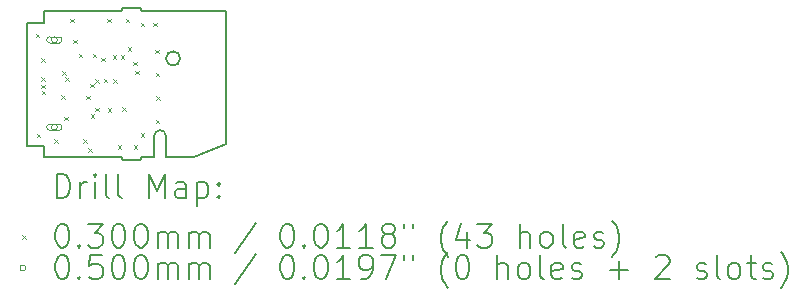
<source format=gbr>
%TF.GenerationSoftware,KiCad,Pcbnew,8.0.9-8.0.9-0~ubuntu22.04.1*%
%TF.CreationDate,2025-06-17T20:00:50-06:00*%
%TF.ProjectId,dongle,646f6e67-6c65-42e6-9b69-6361645f7063,rev?*%
%TF.SameCoordinates,Original*%
%TF.FileFunction,Drillmap*%
%TF.FilePolarity,Positive*%
%FSLAX45Y45*%
G04 Gerber Fmt 4.5, Leading zero omitted, Abs format (unit mm)*
G04 Created by KiCad (PCBNEW 8.0.9-8.0.9-0~ubuntu22.04.1) date 2025-06-17 20:00:50*
%MOMM*%
%LPD*%
G01*
G04 APERTURE LIST*
%ADD10C,0.150000*%
%ADD11C,0.200000*%
%ADD12C,0.100000*%
G04 APERTURE END LIST*
D10*
X14987500Y-8840000D02*
X14837500Y-8840000D01*
X15105000Y-9925000D02*
X15105000Y-10105000D01*
X14837500Y-10130000D02*
X14987500Y-10130000D01*
X14820000Y-8865000D02*
X14175000Y-8865000D01*
X14175000Y-10105000D02*
X14175000Y-10005000D01*
X14175000Y-10005000D02*
X14025000Y-10005000D01*
X15445000Y-10105000D02*
X15715000Y-9995000D01*
X15715000Y-8865000D02*
X15715000Y-9995000D01*
X15005000Y-8865000D02*
X14987500Y-8840000D01*
X15105000Y-8865000D02*
X15005001Y-8864999D01*
X15005000Y-10105000D02*
X15105000Y-10105000D01*
X14025000Y-8965000D02*
X14025000Y-10005000D01*
X14820000Y-10105000D02*
X14837500Y-10130000D01*
X14767500Y-10105000D02*
X14820000Y-10105000D01*
X14987500Y-10130000D02*
X15005000Y-10105000D01*
X15205000Y-9925000D02*
X15205000Y-10105000D01*
X15445000Y-10105000D02*
X15205000Y-10105000D01*
X14175000Y-8865000D02*
X14175000Y-8965000D01*
X14175000Y-8965000D02*
X14025000Y-8965000D01*
X15325000Y-9267500D02*
G75*
G02*
X15205000Y-9267500I-60000J0D01*
G01*
X15205000Y-9267500D02*
G75*
G02*
X15325000Y-9267500I60000J0D01*
G01*
X14837500Y-8840000D02*
X14820000Y-8865000D01*
X14175000Y-10105000D02*
X14767500Y-10105000D01*
X15715000Y-8865000D02*
X15105000Y-8865000D01*
X15105000Y-9925000D02*
G75*
G02*
X15205000Y-9925000I50000J0D01*
G01*
D11*
D12*
X14102500Y-9060000D02*
X14132500Y-9090000D01*
X14132500Y-9060000D02*
X14102500Y-9090000D01*
X14110000Y-9905000D02*
X14140000Y-9935000D01*
X14140000Y-9905000D02*
X14110000Y-9935000D01*
X14150000Y-9265000D02*
X14180000Y-9295000D01*
X14180000Y-9265000D02*
X14150000Y-9295000D01*
X14150000Y-9425000D02*
X14180000Y-9455000D01*
X14180000Y-9425000D02*
X14150000Y-9455000D01*
X14150000Y-9490000D02*
X14180000Y-9520000D01*
X14180000Y-9490000D02*
X14150000Y-9520000D01*
X14152500Y-9540000D02*
X14182500Y-9570000D01*
X14182500Y-9540000D02*
X14152500Y-9570000D01*
X14260000Y-9950000D02*
X14290000Y-9980000D01*
X14290000Y-9950000D02*
X14260000Y-9980000D01*
X14317500Y-9577500D02*
X14347500Y-9607500D01*
X14347500Y-9577500D02*
X14317500Y-9607500D01*
X14325000Y-9377500D02*
X14355000Y-9407500D01*
X14355000Y-9377500D02*
X14325000Y-9407500D01*
X14345000Y-9760000D02*
X14375000Y-9790000D01*
X14375000Y-9760000D02*
X14345000Y-9790000D01*
X14350000Y-9425000D02*
X14380000Y-9455000D01*
X14380000Y-9425000D02*
X14350000Y-9455000D01*
X14395000Y-8932500D02*
X14425000Y-8962500D01*
X14425000Y-8932500D02*
X14395000Y-8962500D01*
X14417500Y-9110000D02*
X14447500Y-9140000D01*
X14447500Y-9110000D02*
X14417500Y-9140000D01*
X14467500Y-9227500D02*
X14497500Y-9257500D01*
X14497500Y-9227500D02*
X14467500Y-9257500D01*
X14502500Y-9950000D02*
X14532500Y-9980000D01*
X14532500Y-9950000D02*
X14502500Y-9980000D01*
X14530000Y-9585000D02*
X14560000Y-9615000D01*
X14560000Y-9585000D02*
X14530000Y-9615000D01*
X14547500Y-10027500D02*
X14577500Y-10057500D01*
X14577500Y-10027500D02*
X14547500Y-10057500D01*
X14562500Y-9482500D02*
X14592500Y-9512500D01*
X14592500Y-9482500D02*
X14562500Y-9512500D01*
X14567500Y-9740000D02*
X14597500Y-9770000D01*
X14597500Y-9740000D02*
X14567500Y-9770000D01*
X14584000Y-9226000D02*
X14614000Y-9256000D01*
X14614000Y-9226000D02*
X14584000Y-9256000D01*
X14605000Y-9445000D02*
X14635000Y-9475000D01*
X14635000Y-9445000D02*
X14605000Y-9475000D01*
X14607500Y-9685000D02*
X14637500Y-9715000D01*
X14637500Y-9685000D02*
X14607500Y-9715000D01*
X14657500Y-9262500D02*
X14687500Y-9292500D01*
X14687500Y-9262500D02*
X14657500Y-9292500D01*
X14677500Y-9437500D02*
X14707500Y-9467500D01*
X14707500Y-9437500D02*
X14677500Y-9467500D01*
X14707500Y-8932500D02*
X14737500Y-8962500D01*
X14737500Y-8932500D02*
X14707500Y-8962500D01*
X14710000Y-9687500D02*
X14740000Y-9717500D01*
X14740000Y-9687500D02*
X14710000Y-9717500D01*
X14752500Y-9240000D02*
X14782500Y-9270000D01*
X14782500Y-9240000D02*
X14752500Y-9270000D01*
X14760000Y-9445000D02*
X14790000Y-9475000D01*
X14790000Y-9445000D02*
X14760000Y-9475000D01*
X14797500Y-10002500D02*
X14827500Y-10032500D01*
X14827500Y-10002500D02*
X14797500Y-10032500D01*
X14820000Y-9240000D02*
X14850000Y-9270000D01*
X14850000Y-9240000D02*
X14820000Y-9270000D01*
X14832500Y-9682500D02*
X14862500Y-9712500D01*
X14862500Y-9682500D02*
X14832500Y-9712500D01*
X14865000Y-8932500D02*
X14895000Y-8962500D01*
X14895000Y-8932500D02*
X14865000Y-8962500D01*
X14880000Y-9172500D02*
X14910000Y-9202500D01*
X14910000Y-9172500D02*
X14880000Y-9202500D01*
X14927500Y-9295000D02*
X14957500Y-9325000D01*
X14957500Y-9295000D02*
X14927500Y-9325000D01*
X14930000Y-10002500D02*
X14960000Y-10032500D01*
X14960000Y-10002500D02*
X14930000Y-10032500D01*
X14945000Y-9372500D02*
X14975000Y-9402500D01*
X14975000Y-9372500D02*
X14945000Y-9402500D01*
X14992500Y-8965000D02*
X15022500Y-8995000D01*
X15022500Y-8965000D02*
X14992500Y-8995000D01*
X14992500Y-9902500D02*
X15022500Y-9932500D01*
X15022500Y-9902500D02*
X14992500Y-9932500D01*
X15097500Y-8965000D02*
X15127500Y-8995000D01*
X15127500Y-8965000D02*
X15097500Y-8995000D01*
X15115000Y-9195000D02*
X15145000Y-9225000D01*
X15145000Y-9195000D02*
X15115000Y-9225000D01*
X15117500Y-9390000D02*
X15147500Y-9420000D01*
X15147500Y-9390000D02*
X15117500Y-9420000D01*
X15117500Y-9787500D02*
X15147500Y-9817500D01*
X15147500Y-9787500D02*
X15117500Y-9817500D01*
X15120000Y-9587500D02*
X15150000Y-9617500D01*
X15150000Y-9587500D02*
X15120000Y-9617500D01*
X14285000Y-9110000D02*
G75*
G02*
X14235000Y-9110000I-25000J0D01*
G01*
X14235000Y-9110000D02*
G75*
G02*
X14285000Y-9110000I25000J0D01*
G01*
X14220000Y-9135000D02*
X14300000Y-9135000D01*
X14300000Y-9085000D02*
G75*
G02*
X14300000Y-9135000I0J-25000D01*
G01*
X14300000Y-9085000D02*
X14220000Y-9085000D01*
X14220000Y-9085000D02*
G75*
G03*
X14220000Y-9135000I0J-25000D01*
G01*
X14285000Y-9850000D02*
G75*
G02*
X14235000Y-9850000I-25000J0D01*
G01*
X14235000Y-9850000D02*
G75*
G02*
X14285000Y-9850000I25000J0D01*
G01*
X14220000Y-9875000D02*
X14300000Y-9875000D01*
X14300000Y-9825000D02*
G75*
G02*
X14300000Y-9875000I0J-25000D01*
G01*
X14300000Y-9825000D02*
X14220000Y-9825000D01*
X14220000Y-9825000D02*
G75*
G03*
X14220000Y-9875000I0J-25000D01*
G01*
D11*
X14278277Y-10448984D02*
X14278277Y-10248984D01*
X14278277Y-10248984D02*
X14325896Y-10248984D01*
X14325896Y-10248984D02*
X14354467Y-10258508D01*
X14354467Y-10258508D02*
X14373515Y-10277555D01*
X14373515Y-10277555D02*
X14383039Y-10296603D01*
X14383039Y-10296603D02*
X14392562Y-10334698D01*
X14392562Y-10334698D02*
X14392562Y-10363270D01*
X14392562Y-10363270D02*
X14383039Y-10401365D01*
X14383039Y-10401365D02*
X14373515Y-10420412D01*
X14373515Y-10420412D02*
X14354467Y-10439460D01*
X14354467Y-10439460D02*
X14325896Y-10448984D01*
X14325896Y-10448984D02*
X14278277Y-10448984D01*
X14478277Y-10448984D02*
X14478277Y-10315650D01*
X14478277Y-10353746D02*
X14487801Y-10334698D01*
X14487801Y-10334698D02*
X14497324Y-10325174D01*
X14497324Y-10325174D02*
X14516372Y-10315650D01*
X14516372Y-10315650D02*
X14535420Y-10315650D01*
X14602086Y-10448984D02*
X14602086Y-10315650D01*
X14602086Y-10248984D02*
X14592562Y-10258508D01*
X14592562Y-10258508D02*
X14602086Y-10268031D01*
X14602086Y-10268031D02*
X14611610Y-10258508D01*
X14611610Y-10258508D02*
X14602086Y-10248984D01*
X14602086Y-10248984D02*
X14602086Y-10268031D01*
X14725896Y-10448984D02*
X14706848Y-10439460D01*
X14706848Y-10439460D02*
X14697324Y-10420412D01*
X14697324Y-10420412D02*
X14697324Y-10248984D01*
X14830658Y-10448984D02*
X14811610Y-10439460D01*
X14811610Y-10439460D02*
X14802086Y-10420412D01*
X14802086Y-10420412D02*
X14802086Y-10248984D01*
X15059229Y-10448984D02*
X15059229Y-10248984D01*
X15059229Y-10248984D02*
X15125896Y-10391841D01*
X15125896Y-10391841D02*
X15192562Y-10248984D01*
X15192562Y-10248984D02*
X15192562Y-10448984D01*
X15373515Y-10448984D02*
X15373515Y-10344222D01*
X15373515Y-10344222D02*
X15363991Y-10325174D01*
X15363991Y-10325174D02*
X15344943Y-10315650D01*
X15344943Y-10315650D02*
X15306848Y-10315650D01*
X15306848Y-10315650D02*
X15287801Y-10325174D01*
X15373515Y-10439460D02*
X15354467Y-10448984D01*
X15354467Y-10448984D02*
X15306848Y-10448984D01*
X15306848Y-10448984D02*
X15287801Y-10439460D01*
X15287801Y-10439460D02*
X15278277Y-10420412D01*
X15278277Y-10420412D02*
X15278277Y-10401365D01*
X15278277Y-10401365D02*
X15287801Y-10382317D01*
X15287801Y-10382317D02*
X15306848Y-10372793D01*
X15306848Y-10372793D02*
X15354467Y-10372793D01*
X15354467Y-10372793D02*
X15373515Y-10363270D01*
X15468753Y-10315650D02*
X15468753Y-10515650D01*
X15468753Y-10325174D02*
X15487801Y-10315650D01*
X15487801Y-10315650D02*
X15525896Y-10315650D01*
X15525896Y-10315650D02*
X15544943Y-10325174D01*
X15544943Y-10325174D02*
X15554467Y-10334698D01*
X15554467Y-10334698D02*
X15563991Y-10353746D01*
X15563991Y-10353746D02*
X15563991Y-10410889D01*
X15563991Y-10410889D02*
X15554467Y-10429936D01*
X15554467Y-10429936D02*
X15544943Y-10439460D01*
X15544943Y-10439460D02*
X15525896Y-10448984D01*
X15525896Y-10448984D02*
X15487801Y-10448984D01*
X15487801Y-10448984D02*
X15468753Y-10439460D01*
X15649705Y-10429936D02*
X15659229Y-10439460D01*
X15659229Y-10439460D02*
X15649705Y-10448984D01*
X15649705Y-10448984D02*
X15640182Y-10439460D01*
X15640182Y-10439460D02*
X15649705Y-10429936D01*
X15649705Y-10429936D02*
X15649705Y-10448984D01*
X15649705Y-10325174D02*
X15659229Y-10334698D01*
X15659229Y-10334698D02*
X15649705Y-10344222D01*
X15649705Y-10344222D02*
X15640182Y-10334698D01*
X15640182Y-10334698D02*
X15649705Y-10325174D01*
X15649705Y-10325174D02*
X15649705Y-10344222D01*
D12*
X13987500Y-10762500D02*
X14017500Y-10792500D01*
X14017500Y-10762500D02*
X13987500Y-10792500D01*
D11*
X14316372Y-10668984D02*
X14335420Y-10668984D01*
X14335420Y-10668984D02*
X14354467Y-10678508D01*
X14354467Y-10678508D02*
X14363991Y-10688031D01*
X14363991Y-10688031D02*
X14373515Y-10707079D01*
X14373515Y-10707079D02*
X14383039Y-10745174D01*
X14383039Y-10745174D02*
X14383039Y-10792793D01*
X14383039Y-10792793D02*
X14373515Y-10830889D01*
X14373515Y-10830889D02*
X14363991Y-10849936D01*
X14363991Y-10849936D02*
X14354467Y-10859460D01*
X14354467Y-10859460D02*
X14335420Y-10868984D01*
X14335420Y-10868984D02*
X14316372Y-10868984D01*
X14316372Y-10868984D02*
X14297324Y-10859460D01*
X14297324Y-10859460D02*
X14287801Y-10849936D01*
X14287801Y-10849936D02*
X14278277Y-10830889D01*
X14278277Y-10830889D02*
X14268753Y-10792793D01*
X14268753Y-10792793D02*
X14268753Y-10745174D01*
X14268753Y-10745174D02*
X14278277Y-10707079D01*
X14278277Y-10707079D02*
X14287801Y-10688031D01*
X14287801Y-10688031D02*
X14297324Y-10678508D01*
X14297324Y-10678508D02*
X14316372Y-10668984D01*
X14468753Y-10849936D02*
X14478277Y-10859460D01*
X14478277Y-10859460D02*
X14468753Y-10868984D01*
X14468753Y-10868984D02*
X14459229Y-10859460D01*
X14459229Y-10859460D02*
X14468753Y-10849936D01*
X14468753Y-10849936D02*
X14468753Y-10868984D01*
X14544943Y-10668984D02*
X14668753Y-10668984D01*
X14668753Y-10668984D02*
X14602086Y-10745174D01*
X14602086Y-10745174D02*
X14630658Y-10745174D01*
X14630658Y-10745174D02*
X14649705Y-10754698D01*
X14649705Y-10754698D02*
X14659229Y-10764222D01*
X14659229Y-10764222D02*
X14668753Y-10783270D01*
X14668753Y-10783270D02*
X14668753Y-10830889D01*
X14668753Y-10830889D02*
X14659229Y-10849936D01*
X14659229Y-10849936D02*
X14649705Y-10859460D01*
X14649705Y-10859460D02*
X14630658Y-10868984D01*
X14630658Y-10868984D02*
X14573515Y-10868984D01*
X14573515Y-10868984D02*
X14554467Y-10859460D01*
X14554467Y-10859460D02*
X14544943Y-10849936D01*
X14792562Y-10668984D02*
X14811610Y-10668984D01*
X14811610Y-10668984D02*
X14830658Y-10678508D01*
X14830658Y-10678508D02*
X14840182Y-10688031D01*
X14840182Y-10688031D02*
X14849705Y-10707079D01*
X14849705Y-10707079D02*
X14859229Y-10745174D01*
X14859229Y-10745174D02*
X14859229Y-10792793D01*
X14859229Y-10792793D02*
X14849705Y-10830889D01*
X14849705Y-10830889D02*
X14840182Y-10849936D01*
X14840182Y-10849936D02*
X14830658Y-10859460D01*
X14830658Y-10859460D02*
X14811610Y-10868984D01*
X14811610Y-10868984D02*
X14792562Y-10868984D01*
X14792562Y-10868984D02*
X14773515Y-10859460D01*
X14773515Y-10859460D02*
X14763991Y-10849936D01*
X14763991Y-10849936D02*
X14754467Y-10830889D01*
X14754467Y-10830889D02*
X14744943Y-10792793D01*
X14744943Y-10792793D02*
X14744943Y-10745174D01*
X14744943Y-10745174D02*
X14754467Y-10707079D01*
X14754467Y-10707079D02*
X14763991Y-10688031D01*
X14763991Y-10688031D02*
X14773515Y-10678508D01*
X14773515Y-10678508D02*
X14792562Y-10668984D01*
X14983039Y-10668984D02*
X15002086Y-10668984D01*
X15002086Y-10668984D02*
X15021134Y-10678508D01*
X15021134Y-10678508D02*
X15030658Y-10688031D01*
X15030658Y-10688031D02*
X15040182Y-10707079D01*
X15040182Y-10707079D02*
X15049705Y-10745174D01*
X15049705Y-10745174D02*
X15049705Y-10792793D01*
X15049705Y-10792793D02*
X15040182Y-10830889D01*
X15040182Y-10830889D02*
X15030658Y-10849936D01*
X15030658Y-10849936D02*
X15021134Y-10859460D01*
X15021134Y-10859460D02*
X15002086Y-10868984D01*
X15002086Y-10868984D02*
X14983039Y-10868984D01*
X14983039Y-10868984D02*
X14963991Y-10859460D01*
X14963991Y-10859460D02*
X14954467Y-10849936D01*
X14954467Y-10849936D02*
X14944943Y-10830889D01*
X14944943Y-10830889D02*
X14935420Y-10792793D01*
X14935420Y-10792793D02*
X14935420Y-10745174D01*
X14935420Y-10745174D02*
X14944943Y-10707079D01*
X14944943Y-10707079D02*
X14954467Y-10688031D01*
X14954467Y-10688031D02*
X14963991Y-10678508D01*
X14963991Y-10678508D02*
X14983039Y-10668984D01*
X15135420Y-10868984D02*
X15135420Y-10735650D01*
X15135420Y-10754698D02*
X15144943Y-10745174D01*
X15144943Y-10745174D02*
X15163991Y-10735650D01*
X15163991Y-10735650D02*
X15192563Y-10735650D01*
X15192563Y-10735650D02*
X15211610Y-10745174D01*
X15211610Y-10745174D02*
X15221134Y-10764222D01*
X15221134Y-10764222D02*
X15221134Y-10868984D01*
X15221134Y-10764222D02*
X15230658Y-10745174D01*
X15230658Y-10745174D02*
X15249705Y-10735650D01*
X15249705Y-10735650D02*
X15278277Y-10735650D01*
X15278277Y-10735650D02*
X15297324Y-10745174D01*
X15297324Y-10745174D02*
X15306848Y-10764222D01*
X15306848Y-10764222D02*
X15306848Y-10868984D01*
X15402086Y-10868984D02*
X15402086Y-10735650D01*
X15402086Y-10754698D02*
X15411610Y-10745174D01*
X15411610Y-10745174D02*
X15430658Y-10735650D01*
X15430658Y-10735650D02*
X15459229Y-10735650D01*
X15459229Y-10735650D02*
X15478277Y-10745174D01*
X15478277Y-10745174D02*
X15487801Y-10764222D01*
X15487801Y-10764222D02*
X15487801Y-10868984D01*
X15487801Y-10764222D02*
X15497324Y-10745174D01*
X15497324Y-10745174D02*
X15516372Y-10735650D01*
X15516372Y-10735650D02*
X15544943Y-10735650D01*
X15544943Y-10735650D02*
X15563991Y-10745174D01*
X15563991Y-10745174D02*
X15573515Y-10764222D01*
X15573515Y-10764222D02*
X15573515Y-10868984D01*
X15963991Y-10659460D02*
X15792563Y-10916603D01*
X16221134Y-10668984D02*
X16240182Y-10668984D01*
X16240182Y-10668984D02*
X16259229Y-10678508D01*
X16259229Y-10678508D02*
X16268753Y-10688031D01*
X16268753Y-10688031D02*
X16278277Y-10707079D01*
X16278277Y-10707079D02*
X16287801Y-10745174D01*
X16287801Y-10745174D02*
X16287801Y-10792793D01*
X16287801Y-10792793D02*
X16278277Y-10830889D01*
X16278277Y-10830889D02*
X16268753Y-10849936D01*
X16268753Y-10849936D02*
X16259229Y-10859460D01*
X16259229Y-10859460D02*
X16240182Y-10868984D01*
X16240182Y-10868984D02*
X16221134Y-10868984D01*
X16221134Y-10868984D02*
X16202086Y-10859460D01*
X16202086Y-10859460D02*
X16192563Y-10849936D01*
X16192563Y-10849936D02*
X16183039Y-10830889D01*
X16183039Y-10830889D02*
X16173515Y-10792793D01*
X16173515Y-10792793D02*
X16173515Y-10745174D01*
X16173515Y-10745174D02*
X16183039Y-10707079D01*
X16183039Y-10707079D02*
X16192563Y-10688031D01*
X16192563Y-10688031D02*
X16202086Y-10678508D01*
X16202086Y-10678508D02*
X16221134Y-10668984D01*
X16373515Y-10849936D02*
X16383039Y-10859460D01*
X16383039Y-10859460D02*
X16373515Y-10868984D01*
X16373515Y-10868984D02*
X16363991Y-10859460D01*
X16363991Y-10859460D02*
X16373515Y-10849936D01*
X16373515Y-10849936D02*
X16373515Y-10868984D01*
X16506848Y-10668984D02*
X16525896Y-10668984D01*
X16525896Y-10668984D02*
X16544944Y-10678508D01*
X16544944Y-10678508D02*
X16554467Y-10688031D01*
X16554467Y-10688031D02*
X16563991Y-10707079D01*
X16563991Y-10707079D02*
X16573515Y-10745174D01*
X16573515Y-10745174D02*
X16573515Y-10792793D01*
X16573515Y-10792793D02*
X16563991Y-10830889D01*
X16563991Y-10830889D02*
X16554467Y-10849936D01*
X16554467Y-10849936D02*
X16544944Y-10859460D01*
X16544944Y-10859460D02*
X16525896Y-10868984D01*
X16525896Y-10868984D02*
X16506848Y-10868984D01*
X16506848Y-10868984D02*
X16487801Y-10859460D01*
X16487801Y-10859460D02*
X16478277Y-10849936D01*
X16478277Y-10849936D02*
X16468753Y-10830889D01*
X16468753Y-10830889D02*
X16459229Y-10792793D01*
X16459229Y-10792793D02*
X16459229Y-10745174D01*
X16459229Y-10745174D02*
X16468753Y-10707079D01*
X16468753Y-10707079D02*
X16478277Y-10688031D01*
X16478277Y-10688031D02*
X16487801Y-10678508D01*
X16487801Y-10678508D02*
X16506848Y-10668984D01*
X16763991Y-10868984D02*
X16649706Y-10868984D01*
X16706848Y-10868984D02*
X16706848Y-10668984D01*
X16706848Y-10668984D02*
X16687801Y-10697555D01*
X16687801Y-10697555D02*
X16668753Y-10716603D01*
X16668753Y-10716603D02*
X16649706Y-10726127D01*
X16954468Y-10868984D02*
X16840182Y-10868984D01*
X16897325Y-10868984D02*
X16897325Y-10668984D01*
X16897325Y-10668984D02*
X16878277Y-10697555D01*
X16878277Y-10697555D02*
X16859229Y-10716603D01*
X16859229Y-10716603D02*
X16840182Y-10726127D01*
X17068753Y-10754698D02*
X17049706Y-10745174D01*
X17049706Y-10745174D02*
X17040182Y-10735650D01*
X17040182Y-10735650D02*
X17030658Y-10716603D01*
X17030658Y-10716603D02*
X17030658Y-10707079D01*
X17030658Y-10707079D02*
X17040182Y-10688031D01*
X17040182Y-10688031D02*
X17049706Y-10678508D01*
X17049706Y-10678508D02*
X17068753Y-10668984D01*
X17068753Y-10668984D02*
X17106849Y-10668984D01*
X17106849Y-10668984D02*
X17125896Y-10678508D01*
X17125896Y-10678508D02*
X17135420Y-10688031D01*
X17135420Y-10688031D02*
X17144944Y-10707079D01*
X17144944Y-10707079D02*
X17144944Y-10716603D01*
X17144944Y-10716603D02*
X17135420Y-10735650D01*
X17135420Y-10735650D02*
X17125896Y-10745174D01*
X17125896Y-10745174D02*
X17106849Y-10754698D01*
X17106849Y-10754698D02*
X17068753Y-10754698D01*
X17068753Y-10754698D02*
X17049706Y-10764222D01*
X17049706Y-10764222D02*
X17040182Y-10773746D01*
X17040182Y-10773746D02*
X17030658Y-10792793D01*
X17030658Y-10792793D02*
X17030658Y-10830889D01*
X17030658Y-10830889D02*
X17040182Y-10849936D01*
X17040182Y-10849936D02*
X17049706Y-10859460D01*
X17049706Y-10859460D02*
X17068753Y-10868984D01*
X17068753Y-10868984D02*
X17106849Y-10868984D01*
X17106849Y-10868984D02*
X17125896Y-10859460D01*
X17125896Y-10859460D02*
X17135420Y-10849936D01*
X17135420Y-10849936D02*
X17144944Y-10830889D01*
X17144944Y-10830889D02*
X17144944Y-10792793D01*
X17144944Y-10792793D02*
X17135420Y-10773746D01*
X17135420Y-10773746D02*
X17125896Y-10764222D01*
X17125896Y-10764222D02*
X17106849Y-10754698D01*
X17221134Y-10668984D02*
X17221134Y-10707079D01*
X17297325Y-10668984D02*
X17297325Y-10707079D01*
X17592563Y-10945174D02*
X17583039Y-10935650D01*
X17583039Y-10935650D02*
X17563991Y-10907079D01*
X17563991Y-10907079D02*
X17554468Y-10888031D01*
X17554468Y-10888031D02*
X17544944Y-10859460D01*
X17544944Y-10859460D02*
X17535420Y-10811841D01*
X17535420Y-10811841D02*
X17535420Y-10773746D01*
X17535420Y-10773746D02*
X17544944Y-10726127D01*
X17544944Y-10726127D02*
X17554468Y-10697555D01*
X17554468Y-10697555D02*
X17563991Y-10678508D01*
X17563991Y-10678508D02*
X17583039Y-10649936D01*
X17583039Y-10649936D02*
X17592563Y-10640412D01*
X17754468Y-10735650D02*
X17754468Y-10868984D01*
X17706849Y-10659460D02*
X17659230Y-10802317D01*
X17659230Y-10802317D02*
X17783039Y-10802317D01*
X17840182Y-10668984D02*
X17963991Y-10668984D01*
X17963991Y-10668984D02*
X17897325Y-10745174D01*
X17897325Y-10745174D02*
X17925896Y-10745174D01*
X17925896Y-10745174D02*
X17944944Y-10754698D01*
X17944944Y-10754698D02*
X17954468Y-10764222D01*
X17954468Y-10764222D02*
X17963991Y-10783270D01*
X17963991Y-10783270D02*
X17963991Y-10830889D01*
X17963991Y-10830889D02*
X17954468Y-10849936D01*
X17954468Y-10849936D02*
X17944944Y-10859460D01*
X17944944Y-10859460D02*
X17925896Y-10868984D01*
X17925896Y-10868984D02*
X17868753Y-10868984D01*
X17868753Y-10868984D02*
X17849706Y-10859460D01*
X17849706Y-10859460D02*
X17840182Y-10849936D01*
X18202087Y-10868984D02*
X18202087Y-10668984D01*
X18287801Y-10868984D02*
X18287801Y-10764222D01*
X18287801Y-10764222D02*
X18278277Y-10745174D01*
X18278277Y-10745174D02*
X18259230Y-10735650D01*
X18259230Y-10735650D02*
X18230658Y-10735650D01*
X18230658Y-10735650D02*
X18211611Y-10745174D01*
X18211611Y-10745174D02*
X18202087Y-10754698D01*
X18411611Y-10868984D02*
X18392563Y-10859460D01*
X18392563Y-10859460D02*
X18383039Y-10849936D01*
X18383039Y-10849936D02*
X18373515Y-10830889D01*
X18373515Y-10830889D02*
X18373515Y-10773746D01*
X18373515Y-10773746D02*
X18383039Y-10754698D01*
X18383039Y-10754698D02*
X18392563Y-10745174D01*
X18392563Y-10745174D02*
X18411611Y-10735650D01*
X18411611Y-10735650D02*
X18440182Y-10735650D01*
X18440182Y-10735650D02*
X18459230Y-10745174D01*
X18459230Y-10745174D02*
X18468753Y-10754698D01*
X18468753Y-10754698D02*
X18478277Y-10773746D01*
X18478277Y-10773746D02*
X18478277Y-10830889D01*
X18478277Y-10830889D02*
X18468753Y-10849936D01*
X18468753Y-10849936D02*
X18459230Y-10859460D01*
X18459230Y-10859460D02*
X18440182Y-10868984D01*
X18440182Y-10868984D02*
X18411611Y-10868984D01*
X18592563Y-10868984D02*
X18573515Y-10859460D01*
X18573515Y-10859460D02*
X18563992Y-10840412D01*
X18563992Y-10840412D02*
X18563992Y-10668984D01*
X18744944Y-10859460D02*
X18725896Y-10868984D01*
X18725896Y-10868984D02*
X18687801Y-10868984D01*
X18687801Y-10868984D02*
X18668753Y-10859460D01*
X18668753Y-10859460D02*
X18659230Y-10840412D01*
X18659230Y-10840412D02*
X18659230Y-10764222D01*
X18659230Y-10764222D02*
X18668753Y-10745174D01*
X18668753Y-10745174D02*
X18687801Y-10735650D01*
X18687801Y-10735650D02*
X18725896Y-10735650D01*
X18725896Y-10735650D02*
X18744944Y-10745174D01*
X18744944Y-10745174D02*
X18754468Y-10764222D01*
X18754468Y-10764222D02*
X18754468Y-10783270D01*
X18754468Y-10783270D02*
X18659230Y-10802317D01*
X18830658Y-10859460D02*
X18849706Y-10868984D01*
X18849706Y-10868984D02*
X18887801Y-10868984D01*
X18887801Y-10868984D02*
X18906849Y-10859460D01*
X18906849Y-10859460D02*
X18916373Y-10840412D01*
X18916373Y-10840412D02*
X18916373Y-10830889D01*
X18916373Y-10830889D02*
X18906849Y-10811841D01*
X18906849Y-10811841D02*
X18887801Y-10802317D01*
X18887801Y-10802317D02*
X18859230Y-10802317D01*
X18859230Y-10802317D02*
X18840182Y-10792793D01*
X18840182Y-10792793D02*
X18830658Y-10773746D01*
X18830658Y-10773746D02*
X18830658Y-10764222D01*
X18830658Y-10764222D02*
X18840182Y-10745174D01*
X18840182Y-10745174D02*
X18859230Y-10735650D01*
X18859230Y-10735650D02*
X18887801Y-10735650D01*
X18887801Y-10735650D02*
X18906849Y-10745174D01*
X18983039Y-10945174D02*
X18992563Y-10935650D01*
X18992563Y-10935650D02*
X19011611Y-10907079D01*
X19011611Y-10907079D02*
X19021134Y-10888031D01*
X19021134Y-10888031D02*
X19030658Y-10859460D01*
X19030658Y-10859460D02*
X19040182Y-10811841D01*
X19040182Y-10811841D02*
X19040182Y-10773746D01*
X19040182Y-10773746D02*
X19030658Y-10726127D01*
X19030658Y-10726127D02*
X19021134Y-10697555D01*
X19021134Y-10697555D02*
X19011611Y-10678508D01*
X19011611Y-10678508D02*
X18992563Y-10649936D01*
X18992563Y-10649936D02*
X18983039Y-10640412D01*
D12*
X14017500Y-11041500D02*
G75*
G02*
X13967500Y-11041500I-25000J0D01*
G01*
X13967500Y-11041500D02*
G75*
G02*
X14017500Y-11041500I25000J0D01*
G01*
D11*
X14316372Y-10932984D02*
X14335420Y-10932984D01*
X14335420Y-10932984D02*
X14354467Y-10942508D01*
X14354467Y-10942508D02*
X14363991Y-10952031D01*
X14363991Y-10952031D02*
X14373515Y-10971079D01*
X14373515Y-10971079D02*
X14383039Y-11009174D01*
X14383039Y-11009174D02*
X14383039Y-11056793D01*
X14383039Y-11056793D02*
X14373515Y-11094889D01*
X14373515Y-11094889D02*
X14363991Y-11113936D01*
X14363991Y-11113936D02*
X14354467Y-11123460D01*
X14354467Y-11123460D02*
X14335420Y-11132984D01*
X14335420Y-11132984D02*
X14316372Y-11132984D01*
X14316372Y-11132984D02*
X14297324Y-11123460D01*
X14297324Y-11123460D02*
X14287801Y-11113936D01*
X14287801Y-11113936D02*
X14278277Y-11094889D01*
X14278277Y-11094889D02*
X14268753Y-11056793D01*
X14268753Y-11056793D02*
X14268753Y-11009174D01*
X14268753Y-11009174D02*
X14278277Y-10971079D01*
X14278277Y-10971079D02*
X14287801Y-10952031D01*
X14287801Y-10952031D02*
X14297324Y-10942508D01*
X14297324Y-10942508D02*
X14316372Y-10932984D01*
X14468753Y-11113936D02*
X14478277Y-11123460D01*
X14478277Y-11123460D02*
X14468753Y-11132984D01*
X14468753Y-11132984D02*
X14459229Y-11123460D01*
X14459229Y-11123460D02*
X14468753Y-11113936D01*
X14468753Y-11113936D02*
X14468753Y-11132984D01*
X14659229Y-10932984D02*
X14563991Y-10932984D01*
X14563991Y-10932984D02*
X14554467Y-11028222D01*
X14554467Y-11028222D02*
X14563991Y-11018698D01*
X14563991Y-11018698D02*
X14583039Y-11009174D01*
X14583039Y-11009174D02*
X14630658Y-11009174D01*
X14630658Y-11009174D02*
X14649705Y-11018698D01*
X14649705Y-11018698D02*
X14659229Y-11028222D01*
X14659229Y-11028222D02*
X14668753Y-11047270D01*
X14668753Y-11047270D02*
X14668753Y-11094889D01*
X14668753Y-11094889D02*
X14659229Y-11113936D01*
X14659229Y-11113936D02*
X14649705Y-11123460D01*
X14649705Y-11123460D02*
X14630658Y-11132984D01*
X14630658Y-11132984D02*
X14583039Y-11132984D01*
X14583039Y-11132984D02*
X14563991Y-11123460D01*
X14563991Y-11123460D02*
X14554467Y-11113936D01*
X14792562Y-10932984D02*
X14811610Y-10932984D01*
X14811610Y-10932984D02*
X14830658Y-10942508D01*
X14830658Y-10942508D02*
X14840182Y-10952031D01*
X14840182Y-10952031D02*
X14849705Y-10971079D01*
X14849705Y-10971079D02*
X14859229Y-11009174D01*
X14859229Y-11009174D02*
X14859229Y-11056793D01*
X14859229Y-11056793D02*
X14849705Y-11094889D01*
X14849705Y-11094889D02*
X14840182Y-11113936D01*
X14840182Y-11113936D02*
X14830658Y-11123460D01*
X14830658Y-11123460D02*
X14811610Y-11132984D01*
X14811610Y-11132984D02*
X14792562Y-11132984D01*
X14792562Y-11132984D02*
X14773515Y-11123460D01*
X14773515Y-11123460D02*
X14763991Y-11113936D01*
X14763991Y-11113936D02*
X14754467Y-11094889D01*
X14754467Y-11094889D02*
X14744943Y-11056793D01*
X14744943Y-11056793D02*
X14744943Y-11009174D01*
X14744943Y-11009174D02*
X14754467Y-10971079D01*
X14754467Y-10971079D02*
X14763991Y-10952031D01*
X14763991Y-10952031D02*
X14773515Y-10942508D01*
X14773515Y-10942508D02*
X14792562Y-10932984D01*
X14983039Y-10932984D02*
X15002086Y-10932984D01*
X15002086Y-10932984D02*
X15021134Y-10942508D01*
X15021134Y-10942508D02*
X15030658Y-10952031D01*
X15030658Y-10952031D02*
X15040182Y-10971079D01*
X15040182Y-10971079D02*
X15049705Y-11009174D01*
X15049705Y-11009174D02*
X15049705Y-11056793D01*
X15049705Y-11056793D02*
X15040182Y-11094889D01*
X15040182Y-11094889D02*
X15030658Y-11113936D01*
X15030658Y-11113936D02*
X15021134Y-11123460D01*
X15021134Y-11123460D02*
X15002086Y-11132984D01*
X15002086Y-11132984D02*
X14983039Y-11132984D01*
X14983039Y-11132984D02*
X14963991Y-11123460D01*
X14963991Y-11123460D02*
X14954467Y-11113936D01*
X14954467Y-11113936D02*
X14944943Y-11094889D01*
X14944943Y-11094889D02*
X14935420Y-11056793D01*
X14935420Y-11056793D02*
X14935420Y-11009174D01*
X14935420Y-11009174D02*
X14944943Y-10971079D01*
X14944943Y-10971079D02*
X14954467Y-10952031D01*
X14954467Y-10952031D02*
X14963991Y-10942508D01*
X14963991Y-10942508D02*
X14983039Y-10932984D01*
X15135420Y-11132984D02*
X15135420Y-10999650D01*
X15135420Y-11018698D02*
X15144943Y-11009174D01*
X15144943Y-11009174D02*
X15163991Y-10999650D01*
X15163991Y-10999650D02*
X15192563Y-10999650D01*
X15192563Y-10999650D02*
X15211610Y-11009174D01*
X15211610Y-11009174D02*
X15221134Y-11028222D01*
X15221134Y-11028222D02*
X15221134Y-11132984D01*
X15221134Y-11028222D02*
X15230658Y-11009174D01*
X15230658Y-11009174D02*
X15249705Y-10999650D01*
X15249705Y-10999650D02*
X15278277Y-10999650D01*
X15278277Y-10999650D02*
X15297324Y-11009174D01*
X15297324Y-11009174D02*
X15306848Y-11028222D01*
X15306848Y-11028222D02*
X15306848Y-11132984D01*
X15402086Y-11132984D02*
X15402086Y-10999650D01*
X15402086Y-11018698D02*
X15411610Y-11009174D01*
X15411610Y-11009174D02*
X15430658Y-10999650D01*
X15430658Y-10999650D02*
X15459229Y-10999650D01*
X15459229Y-10999650D02*
X15478277Y-11009174D01*
X15478277Y-11009174D02*
X15487801Y-11028222D01*
X15487801Y-11028222D02*
X15487801Y-11132984D01*
X15487801Y-11028222D02*
X15497324Y-11009174D01*
X15497324Y-11009174D02*
X15516372Y-10999650D01*
X15516372Y-10999650D02*
X15544943Y-10999650D01*
X15544943Y-10999650D02*
X15563991Y-11009174D01*
X15563991Y-11009174D02*
X15573515Y-11028222D01*
X15573515Y-11028222D02*
X15573515Y-11132984D01*
X15963991Y-10923460D02*
X15792563Y-11180603D01*
X16221134Y-10932984D02*
X16240182Y-10932984D01*
X16240182Y-10932984D02*
X16259229Y-10942508D01*
X16259229Y-10942508D02*
X16268753Y-10952031D01*
X16268753Y-10952031D02*
X16278277Y-10971079D01*
X16278277Y-10971079D02*
X16287801Y-11009174D01*
X16287801Y-11009174D02*
X16287801Y-11056793D01*
X16287801Y-11056793D02*
X16278277Y-11094889D01*
X16278277Y-11094889D02*
X16268753Y-11113936D01*
X16268753Y-11113936D02*
X16259229Y-11123460D01*
X16259229Y-11123460D02*
X16240182Y-11132984D01*
X16240182Y-11132984D02*
X16221134Y-11132984D01*
X16221134Y-11132984D02*
X16202086Y-11123460D01*
X16202086Y-11123460D02*
X16192563Y-11113936D01*
X16192563Y-11113936D02*
X16183039Y-11094889D01*
X16183039Y-11094889D02*
X16173515Y-11056793D01*
X16173515Y-11056793D02*
X16173515Y-11009174D01*
X16173515Y-11009174D02*
X16183039Y-10971079D01*
X16183039Y-10971079D02*
X16192563Y-10952031D01*
X16192563Y-10952031D02*
X16202086Y-10942508D01*
X16202086Y-10942508D02*
X16221134Y-10932984D01*
X16373515Y-11113936D02*
X16383039Y-11123460D01*
X16383039Y-11123460D02*
X16373515Y-11132984D01*
X16373515Y-11132984D02*
X16363991Y-11123460D01*
X16363991Y-11123460D02*
X16373515Y-11113936D01*
X16373515Y-11113936D02*
X16373515Y-11132984D01*
X16506848Y-10932984D02*
X16525896Y-10932984D01*
X16525896Y-10932984D02*
X16544944Y-10942508D01*
X16544944Y-10942508D02*
X16554467Y-10952031D01*
X16554467Y-10952031D02*
X16563991Y-10971079D01*
X16563991Y-10971079D02*
X16573515Y-11009174D01*
X16573515Y-11009174D02*
X16573515Y-11056793D01*
X16573515Y-11056793D02*
X16563991Y-11094889D01*
X16563991Y-11094889D02*
X16554467Y-11113936D01*
X16554467Y-11113936D02*
X16544944Y-11123460D01*
X16544944Y-11123460D02*
X16525896Y-11132984D01*
X16525896Y-11132984D02*
X16506848Y-11132984D01*
X16506848Y-11132984D02*
X16487801Y-11123460D01*
X16487801Y-11123460D02*
X16478277Y-11113936D01*
X16478277Y-11113936D02*
X16468753Y-11094889D01*
X16468753Y-11094889D02*
X16459229Y-11056793D01*
X16459229Y-11056793D02*
X16459229Y-11009174D01*
X16459229Y-11009174D02*
X16468753Y-10971079D01*
X16468753Y-10971079D02*
X16478277Y-10952031D01*
X16478277Y-10952031D02*
X16487801Y-10942508D01*
X16487801Y-10942508D02*
X16506848Y-10932984D01*
X16763991Y-11132984D02*
X16649706Y-11132984D01*
X16706848Y-11132984D02*
X16706848Y-10932984D01*
X16706848Y-10932984D02*
X16687801Y-10961555D01*
X16687801Y-10961555D02*
X16668753Y-10980603D01*
X16668753Y-10980603D02*
X16649706Y-10990127D01*
X16859229Y-11132984D02*
X16897325Y-11132984D01*
X16897325Y-11132984D02*
X16916372Y-11123460D01*
X16916372Y-11123460D02*
X16925896Y-11113936D01*
X16925896Y-11113936D02*
X16944944Y-11085365D01*
X16944944Y-11085365D02*
X16954468Y-11047270D01*
X16954468Y-11047270D02*
X16954468Y-10971079D01*
X16954468Y-10971079D02*
X16944944Y-10952031D01*
X16944944Y-10952031D02*
X16935420Y-10942508D01*
X16935420Y-10942508D02*
X16916372Y-10932984D01*
X16916372Y-10932984D02*
X16878277Y-10932984D01*
X16878277Y-10932984D02*
X16859229Y-10942508D01*
X16859229Y-10942508D02*
X16849706Y-10952031D01*
X16849706Y-10952031D02*
X16840182Y-10971079D01*
X16840182Y-10971079D02*
X16840182Y-11018698D01*
X16840182Y-11018698D02*
X16849706Y-11037746D01*
X16849706Y-11037746D02*
X16859229Y-11047270D01*
X16859229Y-11047270D02*
X16878277Y-11056793D01*
X16878277Y-11056793D02*
X16916372Y-11056793D01*
X16916372Y-11056793D02*
X16935420Y-11047270D01*
X16935420Y-11047270D02*
X16944944Y-11037746D01*
X16944944Y-11037746D02*
X16954468Y-11018698D01*
X17021134Y-10932984D02*
X17154468Y-10932984D01*
X17154468Y-10932984D02*
X17068753Y-11132984D01*
X17221134Y-10932984D02*
X17221134Y-10971079D01*
X17297325Y-10932984D02*
X17297325Y-10971079D01*
X17592563Y-11209174D02*
X17583039Y-11199650D01*
X17583039Y-11199650D02*
X17563991Y-11171079D01*
X17563991Y-11171079D02*
X17554468Y-11152031D01*
X17554468Y-11152031D02*
X17544944Y-11123460D01*
X17544944Y-11123460D02*
X17535420Y-11075841D01*
X17535420Y-11075841D02*
X17535420Y-11037746D01*
X17535420Y-11037746D02*
X17544944Y-10990127D01*
X17544944Y-10990127D02*
X17554468Y-10961555D01*
X17554468Y-10961555D02*
X17563991Y-10942508D01*
X17563991Y-10942508D02*
X17583039Y-10913936D01*
X17583039Y-10913936D02*
X17592563Y-10904412D01*
X17706849Y-10932984D02*
X17725896Y-10932984D01*
X17725896Y-10932984D02*
X17744944Y-10942508D01*
X17744944Y-10942508D02*
X17754468Y-10952031D01*
X17754468Y-10952031D02*
X17763991Y-10971079D01*
X17763991Y-10971079D02*
X17773515Y-11009174D01*
X17773515Y-11009174D02*
X17773515Y-11056793D01*
X17773515Y-11056793D02*
X17763991Y-11094889D01*
X17763991Y-11094889D02*
X17754468Y-11113936D01*
X17754468Y-11113936D02*
X17744944Y-11123460D01*
X17744944Y-11123460D02*
X17725896Y-11132984D01*
X17725896Y-11132984D02*
X17706849Y-11132984D01*
X17706849Y-11132984D02*
X17687801Y-11123460D01*
X17687801Y-11123460D02*
X17678277Y-11113936D01*
X17678277Y-11113936D02*
X17668753Y-11094889D01*
X17668753Y-11094889D02*
X17659230Y-11056793D01*
X17659230Y-11056793D02*
X17659230Y-11009174D01*
X17659230Y-11009174D02*
X17668753Y-10971079D01*
X17668753Y-10971079D02*
X17678277Y-10952031D01*
X17678277Y-10952031D02*
X17687801Y-10942508D01*
X17687801Y-10942508D02*
X17706849Y-10932984D01*
X18011611Y-11132984D02*
X18011611Y-10932984D01*
X18097325Y-11132984D02*
X18097325Y-11028222D01*
X18097325Y-11028222D02*
X18087801Y-11009174D01*
X18087801Y-11009174D02*
X18068753Y-10999650D01*
X18068753Y-10999650D02*
X18040182Y-10999650D01*
X18040182Y-10999650D02*
X18021134Y-11009174D01*
X18021134Y-11009174D02*
X18011611Y-11018698D01*
X18221134Y-11132984D02*
X18202087Y-11123460D01*
X18202087Y-11123460D02*
X18192563Y-11113936D01*
X18192563Y-11113936D02*
X18183039Y-11094889D01*
X18183039Y-11094889D02*
X18183039Y-11037746D01*
X18183039Y-11037746D02*
X18192563Y-11018698D01*
X18192563Y-11018698D02*
X18202087Y-11009174D01*
X18202087Y-11009174D02*
X18221134Y-10999650D01*
X18221134Y-10999650D02*
X18249706Y-10999650D01*
X18249706Y-10999650D02*
X18268753Y-11009174D01*
X18268753Y-11009174D02*
X18278277Y-11018698D01*
X18278277Y-11018698D02*
X18287801Y-11037746D01*
X18287801Y-11037746D02*
X18287801Y-11094889D01*
X18287801Y-11094889D02*
X18278277Y-11113936D01*
X18278277Y-11113936D02*
X18268753Y-11123460D01*
X18268753Y-11123460D02*
X18249706Y-11132984D01*
X18249706Y-11132984D02*
X18221134Y-11132984D01*
X18402087Y-11132984D02*
X18383039Y-11123460D01*
X18383039Y-11123460D02*
X18373515Y-11104412D01*
X18373515Y-11104412D02*
X18373515Y-10932984D01*
X18554468Y-11123460D02*
X18535420Y-11132984D01*
X18535420Y-11132984D02*
X18497325Y-11132984D01*
X18497325Y-11132984D02*
X18478277Y-11123460D01*
X18478277Y-11123460D02*
X18468753Y-11104412D01*
X18468753Y-11104412D02*
X18468753Y-11028222D01*
X18468753Y-11028222D02*
X18478277Y-11009174D01*
X18478277Y-11009174D02*
X18497325Y-10999650D01*
X18497325Y-10999650D02*
X18535420Y-10999650D01*
X18535420Y-10999650D02*
X18554468Y-11009174D01*
X18554468Y-11009174D02*
X18563992Y-11028222D01*
X18563992Y-11028222D02*
X18563992Y-11047270D01*
X18563992Y-11047270D02*
X18468753Y-11066317D01*
X18640182Y-11123460D02*
X18659230Y-11132984D01*
X18659230Y-11132984D02*
X18697325Y-11132984D01*
X18697325Y-11132984D02*
X18716373Y-11123460D01*
X18716373Y-11123460D02*
X18725896Y-11104412D01*
X18725896Y-11104412D02*
X18725896Y-11094889D01*
X18725896Y-11094889D02*
X18716373Y-11075841D01*
X18716373Y-11075841D02*
X18697325Y-11066317D01*
X18697325Y-11066317D02*
X18668753Y-11066317D01*
X18668753Y-11066317D02*
X18649706Y-11056793D01*
X18649706Y-11056793D02*
X18640182Y-11037746D01*
X18640182Y-11037746D02*
X18640182Y-11028222D01*
X18640182Y-11028222D02*
X18649706Y-11009174D01*
X18649706Y-11009174D02*
X18668753Y-10999650D01*
X18668753Y-10999650D02*
X18697325Y-10999650D01*
X18697325Y-10999650D02*
X18716373Y-11009174D01*
X18963992Y-11056793D02*
X19116373Y-11056793D01*
X19040182Y-11132984D02*
X19040182Y-10980603D01*
X19354468Y-10952031D02*
X19363992Y-10942508D01*
X19363992Y-10942508D02*
X19383039Y-10932984D01*
X19383039Y-10932984D02*
X19430658Y-10932984D01*
X19430658Y-10932984D02*
X19449706Y-10942508D01*
X19449706Y-10942508D02*
X19459230Y-10952031D01*
X19459230Y-10952031D02*
X19468754Y-10971079D01*
X19468754Y-10971079D02*
X19468754Y-10990127D01*
X19468754Y-10990127D02*
X19459230Y-11018698D01*
X19459230Y-11018698D02*
X19344944Y-11132984D01*
X19344944Y-11132984D02*
X19468754Y-11132984D01*
X19697325Y-11123460D02*
X19716373Y-11132984D01*
X19716373Y-11132984D02*
X19754468Y-11132984D01*
X19754468Y-11132984D02*
X19773516Y-11123460D01*
X19773516Y-11123460D02*
X19783039Y-11104412D01*
X19783039Y-11104412D02*
X19783039Y-11094889D01*
X19783039Y-11094889D02*
X19773516Y-11075841D01*
X19773516Y-11075841D02*
X19754468Y-11066317D01*
X19754468Y-11066317D02*
X19725896Y-11066317D01*
X19725896Y-11066317D02*
X19706849Y-11056793D01*
X19706849Y-11056793D02*
X19697325Y-11037746D01*
X19697325Y-11037746D02*
X19697325Y-11028222D01*
X19697325Y-11028222D02*
X19706849Y-11009174D01*
X19706849Y-11009174D02*
X19725896Y-10999650D01*
X19725896Y-10999650D02*
X19754468Y-10999650D01*
X19754468Y-10999650D02*
X19773516Y-11009174D01*
X19897325Y-11132984D02*
X19878277Y-11123460D01*
X19878277Y-11123460D02*
X19868754Y-11104412D01*
X19868754Y-11104412D02*
X19868754Y-10932984D01*
X20002087Y-11132984D02*
X19983039Y-11123460D01*
X19983039Y-11123460D02*
X19973516Y-11113936D01*
X19973516Y-11113936D02*
X19963992Y-11094889D01*
X19963992Y-11094889D02*
X19963992Y-11037746D01*
X19963992Y-11037746D02*
X19973516Y-11018698D01*
X19973516Y-11018698D02*
X19983039Y-11009174D01*
X19983039Y-11009174D02*
X20002087Y-10999650D01*
X20002087Y-10999650D02*
X20030658Y-10999650D01*
X20030658Y-10999650D02*
X20049706Y-11009174D01*
X20049706Y-11009174D02*
X20059230Y-11018698D01*
X20059230Y-11018698D02*
X20068754Y-11037746D01*
X20068754Y-11037746D02*
X20068754Y-11094889D01*
X20068754Y-11094889D02*
X20059230Y-11113936D01*
X20059230Y-11113936D02*
X20049706Y-11123460D01*
X20049706Y-11123460D02*
X20030658Y-11132984D01*
X20030658Y-11132984D02*
X20002087Y-11132984D01*
X20125897Y-10999650D02*
X20202087Y-10999650D01*
X20154468Y-10932984D02*
X20154468Y-11104412D01*
X20154468Y-11104412D02*
X20163992Y-11123460D01*
X20163992Y-11123460D02*
X20183039Y-11132984D01*
X20183039Y-11132984D02*
X20202087Y-11132984D01*
X20259230Y-11123460D02*
X20278277Y-11132984D01*
X20278277Y-11132984D02*
X20316373Y-11132984D01*
X20316373Y-11132984D02*
X20335420Y-11123460D01*
X20335420Y-11123460D02*
X20344944Y-11104412D01*
X20344944Y-11104412D02*
X20344944Y-11094889D01*
X20344944Y-11094889D02*
X20335420Y-11075841D01*
X20335420Y-11075841D02*
X20316373Y-11066317D01*
X20316373Y-11066317D02*
X20287801Y-11066317D01*
X20287801Y-11066317D02*
X20268754Y-11056793D01*
X20268754Y-11056793D02*
X20259230Y-11037746D01*
X20259230Y-11037746D02*
X20259230Y-11028222D01*
X20259230Y-11028222D02*
X20268754Y-11009174D01*
X20268754Y-11009174D02*
X20287801Y-10999650D01*
X20287801Y-10999650D02*
X20316373Y-10999650D01*
X20316373Y-10999650D02*
X20335420Y-11009174D01*
X20411611Y-11209174D02*
X20421135Y-11199650D01*
X20421135Y-11199650D02*
X20440182Y-11171079D01*
X20440182Y-11171079D02*
X20449706Y-11152031D01*
X20449706Y-11152031D02*
X20459230Y-11123460D01*
X20459230Y-11123460D02*
X20468754Y-11075841D01*
X20468754Y-11075841D02*
X20468754Y-11037746D01*
X20468754Y-11037746D02*
X20459230Y-10990127D01*
X20459230Y-10990127D02*
X20449706Y-10961555D01*
X20449706Y-10961555D02*
X20440182Y-10942508D01*
X20440182Y-10942508D02*
X20421135Y-10913936D01*
X20421135Y-10913936D02*
X20411611Y-10904412D01*
M02*

</source>
